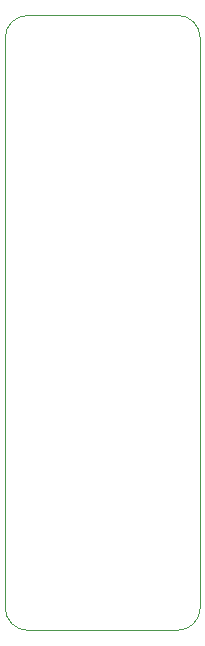
<source format=gbr>
G04 #@! TF.GenerationSoftware,KiCad,Pcbnew,(5.1.5)-3*
G04 #@! TF.CreationDate,2020-03-15T11:33:57-07:00*
G04 #@! TF.ProjectId,bbf-eurojacks_v1,6262662d-6575-4726-9f6a-61636b735f76,rev?*
G04 #@! TF.SameCoordinates,Original*
G04 #@! TF.FileFunction,Profile,NP*
%FSLAX46Y46*%
G04 Gerber Fmt 4.6, Leading zero omitted, Abs format (unit mm)*
G04 Created by KiCad (PCBNEW (5.1.5)-3) date 2020-03-15 11:33:57*
%MOMM*%
%LPD*%
G04 APERTURE LIST*
G04 #@! TA.AperFunction,Profile*
%ADD10C,0.050000*%
G04 #@! TD*
G04 APERTURE END LIST*
D10*
X156756100Y-129128600D02*
G75*
G02X154851100Y-131033600I-1905000J0D01*
G01*
X156756100Y-129128600D02*
X156756100Y-80868600D01*
X154861100Y-78973600D02*
G75*
G02X156756100Y-80868600I0J-1895000D01*
G01*
X154861100Y-78973600D02*
X142141100Y-78973600D01*
X140246100Y-80868600D02*
G75*
G02X142141100Y-78973600I1895000J0D01*
G01*
X140246100Y-80868600D02*
X140246100Y-129128600D01*
X142151100Y-131033600D02*
G75*
G02X140246100Y-129128600I0J1905000D01*
G01*
X142151100Y-131033600D02*
X154851100Y-131033600D01*
M02*

</source>
